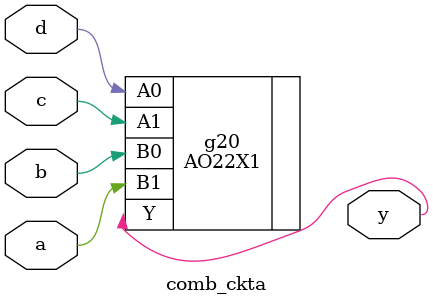
<source format=v>


// Verification Directory fv/comb_ckta 

module comb_ckta(a, b, c, d, y);
  input a, b, c, d;
  output y;
  wire a, b, c, d;
  wire y;
  AO22X1 g20(.A0 (d), .A1 (c), .B0 (b), .B1 (a), .Y (y));
endmodule


</source>
